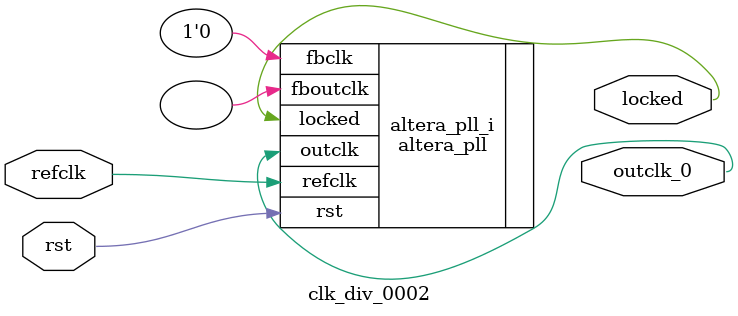
<source format=v>
`timescale 1ns/10ps
module  clk_div_0002(

	// interface 'refclk'
	input wire refclk,

	// interface 'reset'
	input wire rst,

	// interface 'outclk0'
	output wire outclk_0,

	// interface 'locked'
	output wire locked
);

	altera_pll #(
		.fractional_vco_multiplier("false"),
		.reference_clock_frequency("50.0 MHz"),
		.operation_mode("direct"),
		.number_of_clocks(1),
		.output_clock_frequency0("25.000000 MHz"),
		.phase_shift0("0 ps"),
		.duty_cycle0(50),
		.output_clock_frequency1("0 MHz"),
		.phase_shift1("0 ps"),
		.duty_cycle1(50),
		.output_clock_frequency2("0 MHz"),
		.phase_shift2("0 ps"),
		.duty_cycle2(50),
		.output_clock_frequency3("0 MHz"),
		.phase_shift3("0 ps"),
		.duty_cycle3(50),
		.output_clock_frequency4("0 MHz"),
		.phase_shift4("0 ps"),
		.duty_cycle4(50),
		.output_clock_frequency5("0 MHz"),
		.phase_shift5("0 ps"),
		.duty_cycle5(50),
		.output_clock_frequency6("0 MHz"),
		.phase_shift6("0 ps"),
		.duty_cycle6(50),
		.output_clock_frequency7("0 MHz"),
		.phase_shift7("0 ps"),
		.duty_cycle7(50),
		.output_clock_frequency8("0 MHz"),
		.phase_shift8("0 ps"),
		.duty_cycle8(50),
		.output_clock_frequency9("0 MHz"),
		.phase_shift9("0 ps"),
		.duty_cycle9(50),
		.output_clock_frequency10("0 MHz"),
		.phase_shift10("0 ps"),
		.duty_cycle10(50),
		.output_clock_frequency11("0 MHz"),
		.phase_shift11("0 ps"),
		.duty_cycle11(50),
		.output_clock_frequency12("0 MHz"),
		.phase_shift12("0 ps"),
		.duty_cycle12(50),
		.output_clock_frequency13("0 MHz"),
		.phase_shift13("0 ps"),
		.duty_cycle13(50),
		.output_clock_frequency14("0 MHz"),
		.phase_shift14("0 ps"),
		.duty_cycle14(50),
		.output_clock_frequency15("0 MHz"),
		.phase_shift15("0 ps"),
		.duty_cycle15(50),
		.output_clock_frequency16("0 MHz"),
		.phase_shift16("0 ps"),
		.duty_cycle16(50),
		.output_clock_frequency17("0 MHz"),
		.phase_shift17("0 ps"),
		.duty_cycle17(50),
		.pll_type("General"),
		.pll_subtype("General")
	) altera_pll_i (
		.rst	(rst),
		.outclk	({outclk_0}),
		.locked	(locked),
		.fboutclk	( ),
		.fbclk	(1'b0),
		.refclk	(refclk)
	);
endmodule


</source>
